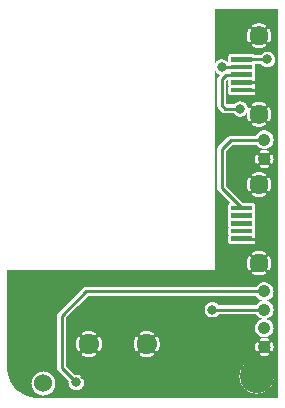
<source format=gbr>
G04 start of page 2 for group 0 idx 0 *
G04 Title: (unknown), top *
G04 Creator: pcb 4.2.0 *
G04 CreationDate: Thu Feb 27 09:32:16 2020 UTC *
G04 For: blinken *
G04 Format: Gerber/RS-274X *
G04 PCB-Dimensions (mm): 65.00 56.00 *
G04 PCB-Coordinate-Origin: lower left *
%MOMM*%
%FSLAX43Y43*%
%LNTOP*%
%ADD24C,1.500*%
%ADD23C,1.300*%
%ADD22C,0.965*%
%ADD21C,0.400*%
%ADD20C,0.654*%
%ADD19C,2.500*%
%ADD18C,1.524*%
%ADD17C,0.800*%
%ADD16C,1.054*%
%ADD15C,2.900*%
%ADD14C,1.700*%
%ADD13C,1.600*%
%ADD12C,0.254*%
%ADD11C,0.002*%
G54D11*G36*
X20899Y31219D02*X21818D01*
X21866Y31140D01*
X21946Y31046D01*
X22040Y30966D01*
X22144Y30902D01*
X22258Y30855D01*
X22377Y30826D01*
X22393Y30825D01*
X22377Y30824D01*
X22258Y30795D01*
X22144Y30748D01*
X22040Y30684D01*
X21946Y30604D01*
X21866Y30510D01*
X21818Y30431D01*
X20899D01*
Y31219D01*
G37*
G36*
X23128Y55500D02*X23700D01*
Y22550D01*
X23128D01*
Y23710D01*
X23146Y23740D01*
X23234Y23950D01*
X23287Y24172D01*
X23300Y24400D01*
X23287Y24628D01*
X23234Y24850D01*
X23146Y25060D01*
X23128Y25090D01*
Y26522D01*
X23132Y26523D01*
X23151Y26529D01*
X23169Y26538D01*
X23185Y26550D01*
X23200Y26564D01*
X23211Y26580D01*
X23220Y26598D01*
X23245Y26662D01*
X23263Y26729D01*
X23275Y26797D01*
X23281Y26866D01*
Y26934D01*
X23275Y27003D01*
X23263Y27071D01*
X23245Y27138D01*
X23221Y27202D01*
X23212Y27220D01*
X23200Y27236D01*
X23186Y27251D01*
X23169Y27262D01*
X23152Y27271D01*
X23132Y27277D01*
X23128Y27278D01*
Y28033D01*
X23134Y28040D01*
X23198Y28144D01*
X23245Y28258D01*
X23274Y28377D01*
X23281Y28500D01*
X23274Y28623D01*
X23245Y28742D01*
X23198Y28856D01*
X23134Y28960D01*
X23128Y28967D01*
Y29583D01*
X23134Y29590D01*
X23198Y29694D01*
X23245Y29808D01*
X23274Y29927D01*
X23281Y30050D01*
X23274Y30173D01*
X23245Y30292D01*
X23198Y30406D01*
X23134Y30510D01*
X23128Y30517D01*
Y31133D01*
X23134Y31140D01*
X23198Y31244D01*
X23245Y31358D01*
X23274Y31477D01*
X23281Y31600D01*
X23274Y31723D01*
X23245Y31842D01*
X23198Y31956D01*
X23134Y32060D01*
X23128Y32067D01*
Y42422D01*
X23132Y42423D01*
X23151Y42429D01*
X23169Y42438D01*
X23185Y42450D01*
X23200Y42464D01*
X23211Y42480D01*
X23220Y42498D01*
X23245Y42562D01*
X23263Y42629D01*
X23275Y42697D01*
X23281Y42766D01*
Y42834D01*
X23275Y42903D01*
X23263Y42971D01*
X23245Y43038D01*
X23221Y43102D01*
X23212Y43120D01*
X23200Y43136D01*
X23186Y43151D01*
X23169Y43162D01*
X23152Y43171D01*
X23132Y43177D01*
X23128Y43178D01*
Y43983D01*
X23134Y43990D01*
X23198Y44094D01*
X23245Y44208D01*
X23274Y44327D01*
X23281Y44450D01*
X23274Y44573D01*
X23245Y44692D01*
X23198Y44806D01*
X23134Y44910D01*
X23128Y44917D01*
Y50715D01*
X23136Y50719D01*
X23214Y50786D01*
X23281Y50864D01*
X23335Y50952D01*
X23374Y51047D01*
X23398Y51147D01*
X23404Y51250D01*
X23398Y51353D01*
X23374Y51453D01*
X23335Y51548D01*
X23281Y51636D01*
X23214Y51714D01*
X23136Y51781D01*
X23128Y51785D01*
Y55500D01*
G37*
G36*
Y44917D02*X23054Y45004D01*
X22960Y45084D01*
X22917Y45110D01*
Y46034D01*
X22929Y46040D01*
X22945Y46053D01*
X22958Y46067D01*
X22969Y46084D01*
X23014Y46171D01*
X23050Y46263D01*
X23077Y46357D01*
X23095Y46453D01*
X23104Y46551D01*
Y46649D01*
X23095Y46747D01*
X23077Y46843D01*
X23050Y46937D01*
X23014Y47029D01*
X22970Y47116D01*
X22959Y47133D01*
X22945Y47148D01*
X22930Y47160D01*
X22917Y47167D01*
Y50618D01*
X22953Y50626D01*
X23048Y50665D01*
X23128Y50715D01*
Y44917D01*
G37*
G36*
X22917Y45110D02*X22856Y45148D01*
X22742Y45195D01*
X22623Y45224D01*
X22500Y45233D01*
Y45647D01*
X22566Y45680D01*
X22583Y45691D01*
X22598Y45705D01*
X22610Y45720D01*
X22620Y45738D01*
X22627Y45757D01*
X22631Y45777D01*
X22632Y45797D01*
X22629Y45817D01*
X22624Y45836D01*
X22616Y45854D01*
X22604Y45871D01*
X22591Y45886D01*
X22575Y45898D01*
X22557Y45908D01*
X22538Y45915D01*
X22519Y45919D01*
X22500Y45920D01*
Y47281D01*
X22519Y47282D01*
X22538Y47286D01*
X22557Y47293D01*
X22574Y47302D01*
X22590Y47315D01*
X22604Y47329D01*
X22615Y47346D01*
X22623Y47364D01*
X22629Y47383D01*
X22631Y47403D01*
X22630Y47423D01*
X22626Y47443D01*
X22619Y47462D01*
X22610Y47479D01*
X22597Y47495D01*
X22583Y47508D01*
X22566Y47519D01*
X22500Y47553D01*
Y50646D01*
X22547Y50626D01*
X22647Y50602D01*
X22750Y50594D01*
X22853Y50602D01*
X22917Y50618D01*
Y47167D01*
X22912Y47170D01*
X22893Y47177D01*
X22873Y47181D01*
X22853Y47182D01*
X22833Y47179D01*
X22814Y47174D01*
X22796Y47166D01*
X22779Y47154D01*
X22764Y47141D01*
X22752Y47125D01*
X22742Y47107D01*
X22735Y47088D01*
X22731Y47069D01*
X22730Y47049D01*
X22733Y47029D01*
X22738Y47009D01*
X22747Y46991D01*
X22781Y46925D01*
X22808Y46856D01*
X22828Y46784D01*
X22842Y46711D01*
X22849Y46637D01*
Y46563D01*
X22842Y46489D01*
X22828Y46416D01*
X22808Y46344D01*
X22781Y46275D01*
X22748Y46208D01*
X22739Y46191D01*
X22733Y46171D01*
X22731Y46151D01*
X22732Y46131D01*
X22736Y46112D01*
X22743Y46093D01*
X22752Y46076D01*
X22765Y46060D01*
X22779Y46046D01*
X22796Y46035D01*
X22814Y46027D01*
X22833Y46021D01*
X22853Y46019D01*
X22873Y46020D01*
X22893Y46024D01*
X22912Y46031D01*
X22917Y46034D01*
Y45110D01*
G37*
G36*
X23128Y32067D02*X23054Y32154D01*
X22960Y32234D01*
X22917Y32260D01*
Y33434D01*
X22929Y33440D01*
X22945Y33453D01*
X22958Y33467D01*
X22969Y33484D01*
X23014Y33571D01*
X23050Y33663D01*
X23077Y33757D01*
X23095Y33853D01*
X23104Y33951D01*
Y34049D01*
X23095Y34147D01*
X23077Y34243D01*
X23050Y34337D01*
X23014Y34429D01*
X22970Y34516D01*
X22959Y34533D01*
X22945Y34548D01*
X22930Y34560D01*
X22917Y34567D01*
Y40084D01*
X22929Y40090D01*
X22945Y40103D01*
X22958Y40117D01*
X22969Y40134D01*
X23014Y40221D01*
X23050Y40313D01*
X23077Y40407D01*
X23095Y40503D01*
X23104Y40601D01*
Y40699D01*
X23095Y40797D01*
X23077Y40893D01*
X23050Y40987D01*
X23014Y41079D01*
X22970Y41166D01*
X22959Y41183D01*
X22945Y41198D01*
X22930Y41210D01*
X22917Y41217D01*
Y43790D01*
X22960Y43816D01*
X23054Y43896D01*
X23128Y43983D01*
Y43178D01*
X23113Y43180D01*
X23093Y43180D01*
X23073Y43177D01*
X23054Y43171D01*
X23036Y43162D01*
X23020Y43150D01*
X23006Y43136D01*
X22994Y43119D01*
X22985Y43101D01*
X22979Y43082D01*
X22976Y43062D01*
X22976Y43042D01*
X22979Y43022D01*
X22986Y43004D01*
X23002Y42960D01*
X23014Y42915D01*
X23022Y42870D01*
X23026Y42823D01*
Y42777D01*
X23022Y42730D01*
X23014Y42685D01*
X23002Y42640D01*
X22986Y42596D01*
X22979Y42577D01*
X22976Y42558D01*
X22976Y42538D01*
X22979Y42518D01*
X22985Y42499D01*
X22994Y42481D01*
X23006Y42465D01*
X23020Y42451D01*
X23036Y42439D01*
X23054Y42430D01*
X23073Y42423D01*
X23093Y42420D01*
X23113Y42420D01*
X23128Y42422D01*
Y32067D01*
G37*
G36*
X22917Y32260D02*X22856Y32298D01*
X22742Y32345D01*
X22623Y32374D01*
X22500Y32383D01*
Y33047D01*
X22566Y33080D01*
X22583Y33091D01*
X22598Y33105D01*
X22610Y33120D01*
X22620Y33138D01*
X22627Y33157D01*
X22631Y33177D01*
X22632Y33197D01*
X22629Y33217D01*
X22624Y33236D01*
X22616Y33254D01*
X22604Y33271D01*
X22591Y33286D01*
X22575Y33298D01*
X22557Y33308D01*
X22538Y33315D01*
X22519Y33319D01*
X22500Y33320D01*
Y34681D01*
X22519Y34682D01*
X22538Y34686D01*
X22557Y34693D01*
X22574Y34702D01*
X22590Y34715D01*
X22604Y34729D01*
X22615Y34746D01*
X22623Y34764D01*
X22629Y34783D01*
X22631Y34803D01*
X22630Y34823D01*
X22626Y34843D01*
X22619Y34862D01*
X22610Y34879D01*
X22597Y34895D01*
X22583Y34908D01*
X22566Y34919D01*
X22500Y34953D01*
Y39697D01*
X22566Y39730D01*
X22583Y39741D01*
X22598Y39755D01*
X22610Y39770D01*
X22620Y39788D01*
X22627Y39807D01*
X22631Y39827D01*
X22632Y39847D01*
X22629Y39867D01*
X22624Y39886D01*
X22616Y39904D01*
X22604Y39921D01*
X22591Y39936D01*
X22575Y39948D01*
X22557Y39958D01*
X22538Y39965D01*
X22519Y39969D01*
X22500Y39970D01*
Y41331D01*
X22519Y41332D01*
X22538Y41336D01*
X22557Y41343D01*
X22574Y41352D01*
X22590Y41365D01*
X22604Y41379D01*
X22615Y41396D01*
X22623Y41414D01*
X22629Y41433D01*
X22631Y41453D01*
X22630Y41473D01*
X22626Y41493D01*
X22619Y41512D01*
X22610Y41529D01*
X22597Y41545D01*
X22583Y41558D01*
X22566Y41569D01*
X22500Y41603D01*
Y42019D01*
X22534D01*
X22603Y42025D01*
X22671Y42037D01*
X22738Y42055D01*
X22802Y42079D01*
X22820Y42088D01*
X22836Y42100D01*
X22850Y42114D01*
X22862Y42131D01*
X22871Y42148D01*
X22877Y42168D01*
X22880Y42187D01*
X22880Y42207D01*
X22877Y42227D01*
X22871Y42246D01*
X22862Y42264D01*
X22850Y42280D01*
X22836Y42294D01*
X22819Y42306D01*
X22801Y42315D01*
X22782Y42321D01*
X22762Y42324D01*
X22742Y42324D01*
X22722Y42321D01*
X22704Y42314D01*
X22660Y42298D01*
X22615Y42286D01*
X22570Y42278D01*
X22523Y42274D01*
X22500D01*
Y43326D01*
X22523D01*
X22570Y43322D01*
X22615Y43314D01*
X22660Y43302D01*
X22704Y43286D01*
X22723Y43279D01*
X22742Y43276D01*
X22762Y43276D01*
X22782Y43279D01*
X22801Y43285D01*
X22819Y43294D01*
X22835Y43306D01*
X22849Y43320D01*
X22861Y43336D01*
X22870Y43354D01*
X22877Y43373D01*
X22880Y43393D01*
X22880Y43413D01*
X22877Y43432D01*
X22871Y43451D01*
X22862Y43469D01*
X22850Y43485D01*
X22836Y43500D01*
X22820Y43511D01*
X22802Y43520D01*
X22738Y43545D01*
X22671Y43563D01*
X22603Y43575D01*
X22534Y43581D01*
X22500D01*
Y43667D01*
X22623Y43676D01*
X22742Y43705D01*
X22856Y43752D01*
X22917Y43790D01*
Y41217D01*
X22912Y41220D01*
X22893Y41227D01*
X22873Y41231D01*
X22853Y41232D01*
X22833Y41229D01*
X22814Y41224D01*
X22796Y41216D01*
X22779Y41204D01*
X22764Y41191D01*
X22752Y41175D01*
X22742Y41157D01*
X22735Y41138D01*
X22731Y41119D01*
X22730Y41099D01*
X22733Y41079D01*
X22738Y41059D01*
X22747Y41041D01*
X22781Y40975D01*
X22808Y40906D01*
X22828Y40834D01*
X22842Y40761D01*
X22849Y40687D01*
Y40613D01*
X22842Y40539D01*
X22828Y40466D01*
X22808Y40394D01*
X22781Y40325D01*
X22748Y40258D01*
X22739Y40241D01*
X22733Y40221D01*
X22731Y40201D01*
X22732Y40181D01*
X22736Y40162D01*
X22743Y40143D01*
X22752Y40126D01*
X22765Y40110D01*
X22779Y40096D01*
X22796Y40085D01*
X22814Y40077D01*
X22833Y40071D01*
X22853Y40069D01*
X22873Y40070D01*
X22893Y40074D01*
X22912Y40081D01*
X22917Y40084D01*
Y34567D01*
X22912Y34570D01*
X22893Y34577D01*
X22873Y34581D01*
X22853Y34582D01*
X22833Y34579D01*
X22814Y34574D01*
X22796Y34566D01*
X22779Y34554D01*
X22764Y34541D01*
X22752Y34525D01*
X22742Y34507D01*
X22735Y34488D01*
X22731Y34469D01*
X22730Y34449D01*
X22733Y34429D01*
X22738Y34409D01*
X22747Y34391D01*
X22781Y34325D01*
X22808Y34256D01*
X22828Y34184D01*
X22842Y34111D01*
X22849Y34037D01*
Y33963D01*
X22842Y33889D01*
X22828Y33816D01*
X22808Y33744D01*
X22781Y33675D01*
X22748Y33608D01*
X22739Y33591D01*
X22733Y33571D01*
X22731Y33551D01*
X22732Y33531D01*
X22736Y33512D01*
X22743Y33493D01*
X22752Y33476D01*
X22765Y33460D01*
X22779Y33446D01*
X22796Y33435D01*
X22814Y33427D01*
X22833Y33421D01*
X22853Y33419D01*
X22873Y33420D01*
X22893Y33424D01*
X22912Y33431D01*
X22917Y33434D01*
Y32260D01*
G37*
G36*
X23128Y30517D02*X23054Y30604D01*
X22960Y30684D01*
X22856Y30748D01*
X22742Y30795D01*
X22623Y30824D01*
X22607Y30825D01*
X22623Y30826D01*
X22742Y30855D01*
X22856Y30902D01*
X22960Y30966D01*
X23054Y31046D01*
X23128Y31133D01*
Y30517D01*
G37*
G36*
Y28967D02*X23054Y29054D01*
X22960Y29134D01*
X22856Y29198D01*
X22742Y29245D01*
X22623Y29274D01*
X22607Y29275D01*
X22623Y29276D01*
X22742Y29305D01*
X22856Y29352D01*
X22960Y29416D01*
X23054Y29496D01*
X23128Y29583D01*
Y28967D01*
G37*
G36*
Y25090D02*X23027Y25255D01*
X22879Y25429D01*
X22705Y25577D01*
X22510Y25696D01*
X22500Y25700D01*
Y26119D01*
X22534D01*
X22603Y26125D01*
X22671Y26137D01*
X22738Y26155D01*
X22802Y26179D01*
X22820Y26188D01*
X22836Y26200D01*
X22850Y26214D01*
X22862Y26231D01*
X22871Y26248D01*
X22877Y26268D01*
X22880Y26287D01*
X22880Y26307D01*
X22877Y26327D01*
X22871Y26346D01*
X22862Y26364D01*
X22850Y26380D01*
X22836Y26394D01*
X22819Y26406D01*
X22801Y26415D01*
X22782Y26421D01*
X22762Y26424D01*
X22742Y26424D01*
X22722Y26421D01*
X22704Y26414D01*
X22660Y26398D01*
X22615Y26386D01*
X22570Y26378D01*
X22523Y26374D01*
X22500D01*
Y27426D01*
X22523D01*
X22570Y27422D01*
X22615Y27414D01*
X22660Y27402D01*
X22704Y27386D01*
X22723Y27379D01*
X22742Y27376D01*
X22762Y27376D01*
X22782Y27379D01*
X22801Y27385D01*
X22819Y27394D01*
X22835Y27406D01*
X22849Y27420D01*
X22861Y27436D01*
X22870Y27454D01*
X22877Y27473D01*
X22880Y27493D01*
X22880Y27513D01*
X22877Y27532D01*
X22871Y27551D01*
X22862Y27569D01*
X22850Y27585D01*
X22836Y27600D01*
X22820Y27611D01*
X22802Y27620D01*
X22738Y27645D01*
X22671Y27663D01*
X22603Y27675D01*
X22534Y27681D01*
X22500D01*
Y27717D01*
X22623Y27726D01*
X22742Y27755D01*
X22856Y27802D01*
X22960Y27866D01*
X23054Y27946D01*
X23128Y28033D01*
Y27278D01*
X23113Y27280D01*
X23093Y27280D01*
X23073Y27277D01*
X23054Y27271D01*
X23036Y27262D01*
X23020Y27250D01*
X23006Y27236D01*
X22994Y27219D01*
X22985Y27201D01*
X22979Y27182D01*
X22976Y27162D01*
X22976Y27142D01*
X22979Y27122D01*
X22986Y27104D01*
X23002Y27060D01*
X23014Y27015D01*
X23022Y26970D01*
X23026Y26923D01*
Y26877D01*
X23022Y26830D01*
X23014Y26785D01*
X23002Y26740D01*
X22986Y26696D01*
X22979Y26677D01*
X22976Y26658D01*
X22976Y26638D01*
X22979Y26618D01*
X22985Y26599D01*
X22994Y26581D01*
X23006Y26565D01*
X23020Y26551D01*
X23036Y26539D01*
X23054Y26530D01*
X23073Y26523D01*
X23093Y26520D01*
X23113Y26520D01*
X23128Y26522D01*
Y25090D01*
G37*
G36*
Y22550D02*X22500D01*
Y23100D01*
X22510Y23104D01*
X22705Y23223D01*
X22879Y23371D01*
X23027Y23545D01*
X23128Y23710D01*
Y22550D01*
G37*
G36*
X22917Y55500D02*X23128D01*
Y51785D01*
X23048Y51835D01*
X22953Y51874D01*
X22917Y51882D01*
Y52684D01*
X22929Y52690D01*
X22945Y52703D01*
X22958Y52717D01*
X22969Y52734D01*
X23014Y52821D01*
X23050Y52913D01*
X23077Y53007D01*
X23095Y53103D01*
X23104Y53201D01*
Y53299D01*
X23095Y53397D01*
X23077Y53493D01*
X23050Y53587D01*
X23014Y53679D01*
X22970Y53766D01*
X22959Y53783D01*
X22945Y53798D01*
X22930Y53810D01*
X22917Y53817D01*
Y55500D01*
G37*
G36*
X22500D02*X22917D01*
Y53817D01*
X22912Y53820D01*
X22893Y53827D01*
X22873Y53831D01*
X22853Y53832D01*
X22833Y53829D01*
X22814Y53824D01*
X22796Y53816D01*
X22779Y53804D01*
X22764Y53791D01*
X22752Y53775D01*
X22742Y53757D01*
X22735Y53738D01*
X22731Y53719D01*
X22730Y53699D01*
X22733Y53679D01*
X22738Y53659D01*
X22747Y53641D01*
X22781Y53575D01*
X22808Y53506D01*
X22828Y53434D01*
X22842Y53361D01*
X22849Y53287D01*
Y53213D01*
X22842Y53139D01*
X22828Y53066D01*
X22808Y52994D01*
X22781Y52925D01*
X22748Y52858D01*
X22739Y52841D01*
X22733Y52821D01*
X22731Y52801D01*
X22732Y52781D01*
X22736Y52762D01*
X22743Y52743D01*
X22752Y52726D01*
X22765Y52710D01*
X22779Y52696D01*
X22796Y52685D01*
X22814Y52677D01*
X22833Y52671D01*
X22853Y52669D01*
X22873Y52670D01*
X22893Y52674D01*
X22912Y52681D01*
X22917Y52684D01*
Y51882D01*
X22853Y51898D01*
X22750Y51906D01*
X22647Y51898D01*
X22547Y51874D01*
X22500Y51854D01*
Y52297D01*
X22566Y52330D01*
X22583Y52341D01*
X22598Y52355D01*
X22610Y52370D01*
X22620Y52388D01*
X22627Y52407D01*
X22631Y52427D01*
X22632Y52447D01*
X22629Y52467D01*
X22624Y52486D01*
X22616Y52504D01*
X22604Y52521D01*
X22591Y52536D01*
X22575Y52548D01*
X22557Y52558D01*
X22538Y52565D01*
X22519Y52569D01*
X22500Y52570D01*
Y53931D01*
X22519Y53932D01*
X22538Y53936D01*
X22557Y53943D01*
X22574Y53952D01*
X22590Y53965D01*
X22604Y53979D01*
X22615Y53996D01*
X22623Y54014D01*
X22629Y54033D01*
X22631Y54053D01*
X22630Y54073D01*
X22626Y54093D01*
X22619Y54112D01*
X22610Y54129D01*
X22597Y54145D01*
X22583Y54158D01*
X22566Y54169D01*
X22500Y54203D01*
Y55500D01*
G37*
G36*
Y45233D02*X22500Y45233D01*
X22377Y45224D01*
X22258Y45195D01*
X22144Y45148D01*
X22040Y45084D01*
X21946Y45004D01*
X21866Y44910D01*
X21802Y44806D01*
X21792Y44781D01*
X20899D01*
Y46574D01*
X20914Y46586D01*
X20981Y46664D01*
X21000Y46697D01*
X20996Y46649D01*
Y46551D01*
X21005Y46453D01*
X21023Y46357D01*
X21050Y46263D01*
X21086Y46171D01*
X21130Y46084D01*
X21141Y46067D01*
X21155Y46052D01*
X21170Y46040D01*
X21188Y46030D01*
X21207Y46023D01*
X21227Y46019D01*
X21247Y46018D01*
X21267Y46021D01*
X21286Y46026D01*
X21304Y46034D01*
X21321Y46046D01*
X21336Y46059D01*
X21348Y46075D01*
X21358Y46093D01*
X21365Y46112D01*
X21369Y46131D01*
X21370Y46151D01*
X21367Y46171D01*
X21362Y46191D01*
X21353Y46209D01*
X21319Y46275D01*
X21292Y46344D01*
X21272Y46416D01*
X21258Y46489D01*
X21251Y46563D01*
Y46637D01*
X21258Y46711D01*
X21272Y46784D01*
X21292Y46856D01*
X21319Y46925D01*
X21352Y46992D01*
X21361Y47009D01*
X21367Y47029D01*
X21369Y47049D01*
X21368Y47069D01*
X21364Y47088D01*
X21357Y47107D01*
X21348Y47124D01*
X21335Y47140D01*
X21321Y47154D01*
X21304Y47165D01*
X21286Y47173D01*
X21267Y47179D01*
X21247Y47181D01*
X21227Y47180D01*
X21207Y47176D01*
X21188Y47169D01*
X21171Y47160D01*
X21155Y47147D01*
X21142Y47133D01*
X21131Y47116D01*
X21103Y47062D01*
X21098Y47153D01*
X21074Y47253D01*
X21035Y47348D01*
X20981Y47436D01*
X20914Y47514D01*
X20899Y47526D01*
Y48198D01*
X21540Y48198D01*
X21579Y48208D01*
X21616Y48223D01*
X21650Y48244D01*
X21680Y48270D01*
X21706Y48300D01*
X21727Y48334D01*
X21742Y48371D01*
X21752Y48410D01*
X21754Y48450D01*
X21752Y48890D01*
X21742Y48929D01*
X21727Y48966D01*
X21721Y48975D01*
X21727Y48984D01*
X21742Y49021D01*
X21752Y49060D01*
X21754Y49100D01*
X21752Y49540D01*
X21742Y49579D01*
X21727Y49616D01*
X21721Y49625D01*
X21727Y49634D01*
X21742Y49671D01*
X21752Y49710D01*
X21754Y49750D01*
X21752Y50190D01*
X21742Y50229D01*
X21727Y50266D01*
X21721Y50275D01*
X21727Y50284D01*
X21742Y50321D01*
X21752Y50360D01*
X21754Y50400D01*
X21752Y50840D01*
X21745Y50869D01*
X22216D01*
X22219Y50864D01*
X22286Y50786D01*
X22364Y50719D01*
X22452Y50665D01*
X22500Y50646D01*
Y47553D01*
X22479Y47564D01*
X22387Y47600D01*
X22293Y47627D01*
X22197Y47645D01*
X22099Y47654D01*
X22001D01*
X21903Y47645D01*
X21807Y47627D01*
X21713Y47600D01*
X21621Y47564D01*
X21534Y47520D01*
X21517Y47509D01*
X21502Y47495D01*
X21490Y47480D01*
X21480Y47462D01*
X21473Y47443D01*
X21469Y47423D01*
X21468Y47403D01*
X21471Y47383D01*
X21476Y47364D01*
X21484Y47346D01*
X21496Y47329D01*
X21509Y47314D01*
X21525Y47302D01*
X21543Y47292D01*
X21562Y47285D01*
X21581Y47281D01*
X21601Y47280D01*
X21621Y47283D01*
X21641Y47288D01*
X21659Y47297D01*
X21725Y47331D01*
X21794Y47358D01*
X21866Y47378D01*
X21939Y47392D01*
X22013Y47399D01*
X22087D01*
X22161Y47392D01*
X22234Y47378D01*
X22306Y47358D01*
X22375Y47331D01*
X22442Y47298D01*
X22459Y47289D01*
X22479Y47283D01*
X22499Y47281D01*
X22500Y47281D01*
Y45920D01*
X22499Y45920D01*
X22479Y45917D01*
X22459Y45912D01*
X22441Y45903D01*
X22375Y45869D01*
X22306Y45842D01*
X22234Y45822D01*
X22161Y45808D01*
X22087Y45801D01*
X22013D01*
X21939Y45808D01*
X21866Y45822D01*
X21794Y45842D01*
X21725Y45869D01*
X21658Y45902D01*
X21641Y45911D01*
X21621Y45917D01*
X21601Y45919D01*
X21581Y45918D01*
X21562Y45914D01*
X21543Y45907D01*
X21526Y45898D01*
X21510Y45885D01*
X21496Y45871D01*
X21485Y45854D01*
X21477Y45836D01*
X21471Y45817D01*
X21469Y45797D01*
X21470Y45777D01*
X21474Y45757D01*
X21481Y45738D01*
X21490Y45721D01*
X21503Y45705D01*
X21517Y45692D01*
X21534Y45681D01*
X21621Y45636D01*
X21713Y45600D01*
X21807Y45573D01*
X21903Y45555D01*
X22001Y45546D01*
X22099D01*
X22197Y45555D01*
X22293Y45573D01*
X22387Y45600D01*
X22479Y45636D01*
X22500Y45647D01*
Y45233D01*
G37*
G36*
X21872Y34780D02*X21939Y34792D01*
X22013Y34799D01*
X22087D01*
X22161Y34792D01*
X22234Y34778D01*
X22306Y34758D01*
X22375Y34731D01*
X22442Y34698D01*
X22459Y34689D01*
X22479Y34683D01*
X22499Y34681D01*
X22500Y34681D01*
Y33320D01*
X22499Y33320D01*
X22479Y33317D01*
X22459Y33312D01*
X22441Y33303D01*
X22375Y33269D01*
X22306Y33242D01*
X22234Y33222D01*
X22161Y33208D01*
X22087Y33201D01*
X22013D01*
X21939Y33208D01*
X21872Y33220D01*
Y34780D01*
G37*
G36*
Y39611D02*X21903Y39605D01*
X22001Y39596D01*
X22099D01*
X22197Y39605D01*
X22293Y39623D01*
X22387Y39650D01*
X22479Y39686D01*
X22500Y39697D01*
Y34953D01*
X22479Y34964D01*
X22387Y35000D01*
X22293Y35027D01*
X22197Y35045D01*
X22099Y35054D01*
X22001D01*
X21903Y35045D01*
X21872Y35039D01*
Y39611D01*
G37*
G36*
Y41430D02*X21939Y41442D01*
X22013Y41449D01*
X22087D01*
X22161Y41442D01*
X22234Y41428D01*
X22306Y41408D01*
X22375Y41381D01*
X22442Y41348D01*
X22459Y41339D01*
X22479Y41333D01*
X22499Y41331D01*
X22500Y41331D01*
Y39970D01*
X22499Y39970D01*
X22479Y39967D01*
X22459Y39962D01*
X22441Y39953D01*
X22375Y39919D01*
X22306Y39892D01*
X22234Y39872D01*
X22161Y39858D01*
X22087Y39851D01*
X22013D01*
X21939Y39858D01*
X21872Y39870D01*
Y41430D01*
G37*
G36*
Y43983D02*X21946Y43896D01*
X22040Y43816D01*
X22144Y43752D01*
X22258Y43705D01*
X22377Y43676D01*
X22500Y43667D01*
X22500Y43667D01*
Y43581D01*
X22466D01*
X22397Y43575D01*
X22329Y43563D01*
X22262Y43545D01*
X22198Y43521D01*
X22180Y43512D01*
X22164Y43500D01*
X22149Y43486D01*
X22138Y43469D01*
X22129Y43452D01*
X22123Y43432D01*
X22120Y43413D01*
X22120Y43393D01*
X22123Y43373D01*
X22129Y43354D01*
X22138Y43336D01*
X22150Y43320D01*
X22164Y43306D01*
X22181Y43294D01*
X22199Y43285D01*
X22218Y43279D01*
X22238Y43276D01*
X22258Y43276D01*
X22278Y43279D01*
X22296Y43286D01*
X22340Y43302D01*
X22385Y43314D01*
X22430Y43322D01*
X22477Y43326D01*
X22500D01*
Y42274D01*
X22477D01*
X22430Y42278D01*
X22385Y42286D01*
X22340Y42298D01*
X22296Y42314D01*
X22277Y42321D01*
X22258Y42324D01*
X22238Y42324D01*
X22218Y42321D01*
X22199Y42315D01*
X22181Y42306D01*
X22165Y42294D01*
X22151Y42280D01*
X22139Y42264D01*
X22130Y42246D01*
X22123Y42227D01*
X22120Y42207D01*
X22120Y42187D01*
X22123Y42168D01*
X22129Y42149D01*
X22138Y42131D01*
X22150Y42115D01*
X22164Y42100D01*
X22180Y42089D01*
X22198Y42080D01*
X22262Y42055D01*
X22329Y42037D01*
X22397Y42025D01*
X22466Y42019D01*
X22500D01*
Y41603D01*
X22479Y41614D01*
X22387Y41650D01*
X22293Y41677D01*
X22197Y41695D01*
X22099Y41704D01*
X22001D01*
X21903Y41695D01*
X21872Y41689D01*
Y42422D01*
X21887Y42420D01*
X21907Y42420D01*
X21927Y42423D01*
X21946Y42429D01*
X21964Y42438D01*
X21980Y42450D01*
X21994Y42464D01*
X22006Y42481D01*
X22015Y42499D01*
X22021Y42518D01*
X22024Y42538D01*
X22024Y42558D01*
X22021Y42578D01*
X22014Y42596D01*
X21998Y42640D01*
X21986Y42685D01*
X21978Y42730D01*
X21974Y42777D01*
Y42823D01*
X21978Y42870D01*
X21986Y42915D01*
X21998Y42960D01*
X22014Y43004D01*
X22021Y43023D01*
X22024Y43042D01*
X22024Y43062D01*
X22021Y43082D01*
X22015Y43101D01*
X22006Y43119D01*
X21994Y43135D01*
X21980Y43149D01*
X21964Y43161D01*
X21946Y43170D01*
X21927Y43177D01*
X21907Y43180D01*
X21887Y43180D01*
X21872Y43178D01*
Y43983D01*
G37*
G36*
X22500Y32383D02*X22500Y32383D01*
X22377Y32374D01*
X22258Y32345D01*
X22144Y32298D01*
X22040Y32234D01*
X21946Y32154D01*
X21872Y32067D01*
Y32961D01*
X21903Y32955D01*
X22001Y32946D01*
X22099D01*
X22197Y32955D01*
X22293Y32973D01*
X22387Y33000D01*
X22479Y33036D01*
X22500Y33047D01*
Y32383D01*
G37*
G36*
X21872Y32067D02*X21866Y32060D01*
X21818Y31981D01*
X21183D01*
Y33433D01*
X21188Y33430D01*
X21207Y33423D01*
X21227Y33419D01*
X21247Y33418D01*
X21267Y33421D01*
X21286Y33426D01*
X21304Y33434D01*
X21321Y33446D01*
X21336Y33459D01*
X21348Y33475D01*
X21358Y33493D01*
X21365Y33512D01*
X21369Y33531D01*
X21370Y33551D01*
X21367Y33571D01*
X21362Y33591D01*
X21353Y33609D01*
X21319Y33675D01*
X21292Y33744D01*
X21272Y33816D01*
X21258Y33889D01*
X21251Y33963D01*
Y34037D01*
X21258Y34111D01*
X21272Y34184D01*
X21292Y34256D01*
X21319Y34325D01*
X21352Y34392D01*
X21361Y34409D01*
X21367Y34429D01*
X21369Y34449D01*
X21368Y34469D01*
X21364Y34488D01*
X21357Y34507D01*
X21348Y34524D01*
X21335Y34540D01*
X21321Y34554D01*
X21304Y34565D01*
X21286Y34573D01*
X21267Y34579D01*
X21247Y34581D01*
X21227Y34580D01*
X21207Y34576D01*
X21188Y34569D01*
X21183Y34566D01*
Y35598D01*
X21540Y35598D01*
X21579Y35608D01*
X21616Y35623D01*
X21650Y35644D01*
X21680Y35670D01*
X21706Y35700D01*
X21727Y35734D01*
X21742Y35771D01*
X21752Y35810D01*
X21754Y35850D01*
X21752Y36290D01*
X21742Y36329D01*
X21727Y36366D01*
X21721Y36375D01*
X21727Y36384D01*
X21742Y36421D01*
X21752Y36460D01*
X21754Y36500D01*
X21752Y36940D01*
X21742Y36979D01*
X21727Y37016D01*
X21721Y37025D01*
X21727Y37034D01*
X21742Y37071D01*
X21752Y37110D01*
X21754Y37150D01*
X21752Y37590D01*
X21742Y37629D01*
X21727Y37666D01*
X21721Y37675D01*
X21727Y37684D01*
X21742Y37721D01*
X21752Y37760D01*
X21754Y37800D01*
X21752Y38240D01*
X21742Y38279D01*
X21727Y38316D01*
X21721Y38325D01*
X21727Y38334D01*
X21742Y38371D01*
X21752Y38410D01*
X21754Y38450D01*
X21752Y38890D01*
X21742Y38929D01*
X21727Y38966D01*
X21706Y39000D01*
X21680Y39030D01*
X21650Y39056D01*
X21616Y39077D01*
X21579Y39092D01*
X21540Y39102D01*
X21500Y39104D01*
X21183Y39104D01*
Y40083D01*
X21188Y40080D01*
X21207Y40073D01*
X21227Y40069D01*
X21247Y40068D01*
X21267Y40071D01*
X21286Y40076D01*
X21304Y40084D01*
X21321Y40096D01*
X21336Y40109D01*
X21348Y40125D01*
X21358Y40143D01*
X21365Y40162D01*
X21369Y40181D01*
X21370Y40201D01*
X21367Y40221D01*
X21362Y40241D01*
X21353Y40259D01*
X21319Y40325D01*
X21292Y40394D01*
X21272Y40466D01*
X21258Y40539D01*
X21251Y40613D01*
Y40687D01*
X21258Y40761D01*
X21272Y40834D01*
X21292Y40906D01*
X21319Y40975D01*
X21352Y41042D01*
X21361Y41059D01*
X21367Y41079D01*
X21369Y41099D01*
X21368Y41119D01*
X21364Y41138D01*
X21357Y41157D01*
X21348Y41174D01*
X21335Y41190D01*
X21321Y41204D01*
X21304Y41215D01*
X21286Y41223D01*
X21267Y41229D01*
X21247Y41231D01*
X21227Y41230D01*
X21207Y41226D01*
X21188Y41219D01*
X21183Y41216D01*
Y44019D01*
X21848D01*
X21866Y43990D01*
X21872Y43983D01*
Y43178D01*
X21868Y43177D01*
X21849Y43171D01*
X21831Y43162D01*
X21815Y43150D01*
X21800Y43136D01*
X21789Y43120D01*
X21780Y43102D01*
X21755Y43038D01*
X21737Y42971D01*
X21725Y42903D01*
X21719Y42834D01*
Y42766D01*
X21725Y42697D01*
X21737Y42629D01*
X21755Y42562D01*
X21779Y42498D01*
X21788Y42480D01*
X21800Y42464D01*
X21814Y42450D01*
X21831Y42438D01*
X21848Y42429D01*
X21868Y42423D01*
X21872Y42422D01*
Y41689D01*
X21807Y41677D01*
X21713Y41650D01*
X21621Y41614D01*
X21534Y41570D01*
X21517Y41559D01*
X21502Y41545D01*
X21490Y41530D01*
X21480Y41512D01*
X21473Y41493D01*
X21469Y41473D01*
X21468Y41453D01*
X21471Y41433D01*
X21476Y41414D01*
X21484Y41396D01*
X21496Y41379D01*
X21509Y41364D01*
X21525Y41352D01*
X21543Y41342D01*
X21562Y41335D01*
X21581Y41331D01*
X21601Y41330D01*
X21621Y41333D01*
X21641Y41338D01*
X21659Y41347D01*
X21725Y41381D01*
X21794Y41408D01*
X21866Y41428D01*
X21872Y41430D01*
Y39870D01*
X21866Y39872D01*
X21794Y39892D01*
X21725Y39919D01*
X21658Y39952D01*
X21641Y39961D01*
X21621Y39967D01*
X21601Y39969D01*
X21581Y39968D01*
X21562Y39964D01*
X21543Y39957D01*
X21526Y39948D01*
X21510Y39935D01*
X21496Y39921D01*
X21485Y39904D01*
X21477Y39886D01*
X21471Y39867D01*
X21469Y39847D01*
X21470Y39827D01*
X21474Y39807D01*
X21481Y39788D01*
X21490Y39771D01*
X21503Y39755D01*
X21517Y39742D01*
X21534Y39731D01*
X21621Y39686D01*
X21713Y39650D01*
X21807Y39623D01*
X21872Y39611D01*
Y35039D01*
X21807Y35027D01*
X21713Y35000D01*
X21621Y34964D01*
X21534Y34920D01*
X21517Y34909D01*
X21502Y34895D01*
X21490Y34880D01*
X21480Y34862D01*
X21473Y34843D01*
X21469Y34823D01*
X21468Y34803D01*
X21471Y34783D01*
X21476Y34764D01*
X21484Y34746D01*
X21496Y34729D01*
X21509Y34714D01*
X21525Y34702D01*
X21543Y34692D01*
X21562Y34685D01*
X21581Y34681D01*
X21601Y34680D01*
X21621Y34683D01*
X21641Y34688D01*
X21659Y34697D01*
X21725Y34731D01*
X21794Y34758D01*
X21866Y34778D01*
X21872Y34780D01*
Y33220D01*
X21866Y33222D01*
X21794Y33242D01*
X21725Y33269D01*
X21658Y33302D01*
X21641Y33311D01*
X21621Y33317D01*
X21601Y33319D01*
X21581Y33318D01*
X21562Y33314D01*
X21543Y33307D01*
X21526Y33298D01*
X21510Y33285D01*
X21496Y33271D01*
X21485Y33254D01*
X21477Y33236D01*
X21471Y33217D01*
X21469Y33197D01*
X21470Y33177D01*
X21474Y33157D01*
X21481Y33138D01*
X21490Y33121D01*
X21503Y33105D01*
X21517Y33092D01*
X21534Y33081D01*
X21621Y33036D01*
X21713Y33000D01*
X21807Y32973D01*
X21872Y32961D01*
Y32067D01*
G37*
G36*
X21183Y39104D02*X20899Y39103D01*
Y44019D01*
X21183D01*
Y41216D01*
X21171Y41210D01*
X21155Y41197D01*
X21142Y41183D01*
X21131Y41166D01*
X21086Y41079D01*
X21050Y40987D01*
X21023Y40893D01*
X21005Y40797D01*
X20996Y40699D01*
Y40601D01*
X21005Y40503D01*
X21023Y40407D01*
X21050Y40313D01*
X21086Y40221D01*
X21130Y40134D01*
X21141Y40117D01*
X21155Y40102D01*
X21170Y40090D01*
X21183Y40083D01*
Y39104D01*
G37*
G36*
Y31981D02*X20899D01*
Y35598D01*
X21183Y35598D01*
Y34566D01*
X21171Y34560D01*
X21155Y34547D01*
X21142Y34533D01*
X21131Y34516D01*
X21086Y34429D01*
X21050Y34337D01*
X21023Y34243D01*
X21005Y34147D01*
X20996Y34049D01*
Y33951D01*
X21005Y33853D01*
X21023Y33757D01*
X21050Y33663D01*
X21086Y33571D01*
X21130Y33484D01*
X21141Y33467D01*
X21155Y33452D01*
X21170Y33440D01*
X21183Y33433D01*
Y31981D01*
G37*
G36*
X21872Y29583D02*X21946Y29496D01*
X22040Y29416D01*
X22144Y29352D01*
X22258Y29305D01*
X22377Y29276D01*
X22393Y29275D01*
X22377Y29274D01*
X22258Y29245D01*
X22144Y29198D01*
X22040Y29134D01*
X21946Y29054D01*
X21872Y28967D01*
Y29583D01*
G37*
G36*
X22500Y25700D02*X22300Y25784D01*
X22078Y25837D01*
X21872Y25853D01*
Y26522D01*
X21887Y26520D01*
X21907Y26520D01*
X21927Y26523D01*
X21946Y26529D01*
X21964Y26538D01*
X21980Y26550D01*
X21994Y26564D01*
X22006Y26581D01*
X22015Y26599D01*
X22021Y26618D01*
X22024Y26638D01*
X22024Y26658D01*
X22021Y26678D01*
X22014Y26696D01*
X21998Y26740D01*
X21986Y26785D01*
X21978Y26830D01*
X21974Y26877D01*
Y26923D01*
X21978Y26970D01*
X21986Y27015D01*
X21998Y27060D01*
X22014Y27104D01*
X22021Y27123D01*
X22024Y27142D01*
X22024Y27162D01*
X22021Y27182D01*
X22015Y27201D01*
X22006Y27219D01*
X21994Y27235D01*
X21980Y27249D01*
X21964Y27261D01*
X21946Y27270D01*
X21927Y27277D01*
X21907Y27280D01*
X21887Y27280D01*
X21872Y27278D01*
Y28033D01*
X21946Y27946D01*
X22040Y27866D01*
X22144Y27802D01*
X22258Y27755D01*
X22377Y27726D01*
X22500Y27717D01*
X22500Y27717D01*
Y27681D01*
X22466D01*
X22397Y27675D01*
X22329Y27663D01*
X22262Y27645D01*
X22198Y27621D01*
X22180Y27612D01*
X22164Y27600D01*
X22149Y27586D01*
X22138Y27569D01*
X22129Y27552D01*
X22123Y27532D01*
X22120Y27513D01*
X22120Y27493D01*
X22123Y27473D01*
X22129Y27454D01*
X22138Y27436D01*
X22150Y27420D01*
X22164Y27406D01*
X22181Y27394D01*
X22199Y27385D01*
X22218Y27379D01*
X22238Y27376D01*
X22258Y27376D01*
X22278Y27379D01*
X22296Y27386D01*
X22340Y27402D01*
X22385Y27414D01*
X22430Y27422D01*
X22477Y27426D01*
X22500D01*
Y26374D01*
X22477D01*
X22430Y26378D01*
X22385Y26386D01*
X22340Y26398D01*
X22296Y26414D01*
X22277Y26421D01*
X22258Y26424D01*
X22238Y26424D01*
X22218Y26421D01*
X22199Y26415D01*
X22181Y26406D01*
X22165Y26394D01*
X22151Y26380D01*
X22139Y26364D01*
X22130Y26346D01*
X22123Y26327D01*
X22120Y26307D01*
X22120Y26287D01*
X22123Y26268D01*
X22129Y26249D01*
X22138Y26231D01*
X22150Y26215D01*
X22164Y26200D01*
X22180Y26189D01*
X22198Y26180D01*
X22262Y26155D01*
X22329Y26137D01*
X22397Y26125D01*
X22466Y26119D01*
X22500D01*
Y25700D01*
G37*
G36*
X21872Y25853D02*X21850Y25855D01*
X21622Y25837D01*
X21400Y25784D01*
X21190Y25696D01*
X20995Y25577D01*
X20899Y25495D01*
Y29669D01*
X21818D01*
X21866Y29590D01*
X21872Y29583D01*
Y28967D01*
X21866Y28960D01*
X21802Y28856D01*
X21755Y28742D01*
X21726Y28623D01*
X21717Y28500D01*
X21726Y28377D01*
X21755Y28258D01*
X21802Y28144D01*
X21866Y28040D01*
X21872Y28033D01*
Y27278D01*
X21868Y27277D01*
X21849Y27271D01*
X21831Y27262D01*
X21815Y27250D01*
X21800Y27236D01*
X21789Y27220D01*
X21780Y27202D01*
X21755Y27138D01*
X21737Y27071D01*
X21725Y27003D01*
X21719Y26934D01*
Y26866D01*
X21725Y26797D01*
X21737Y26729D01*
X21755Y26662D01*
X21779Y26598D01*
X21788Y26580D01*
X21800Y26564D01*
X21814Y26550D01*
X21831Y26538D01*
X21848Y26529D01*
X21868Y26523D01*
X21872Y26522D01*
Y25853D01*
G37*
G36*
X22500Y22550D02*X20899D01*
Y23305D01*
X20995Y23223D01*
X21190Y23104D01*
X21400Y23016D01*
X21622Y22963D01*
X21850Y22945D01*
X22078Y22963D01*
X22300Y23016D01*
X22500Y23100D01*
Y22550D01*
G37*
G36*
X21183Y55500D02*X22500D01*
Y54203D01*
X22479Y54214D01*
X22387Y54250D01*
X22293Y54277D01*
X22197Y54295D01*
X22099Y54304D01*
X22001D01*
X21903Y54295D01*
X21807Y54277D01*
X21713Y54250D01*
X21621Y54214D01*
X21534Y54170D01*
X21517Y54159D01*
X21502Y54145D01*
X21490Y54130D01*
X21480Y54112D01*
X21473Y54093D01*
X21469Y54073D01*
X21468Y54053D01*
X21471Y54033D01*
X21476Y54014D01*
X21484Y53996D01*
X21496Y53979D01*
X21509Y53964D01*
X21525Y53952D01*
X21543Y53942D01*
X21562Y53935D01*
X21581Y53931D01*
X21601Y53930D01*
X21621Y53933D01*
X21641Y53938D01*
X21659Y53947D01*
X21725Y53981D01*
X21794Y54008D01*
X21866Y54028D01*
X21939Y54042D01*
X22013Y54049D01*
X22087D01*
X22161Y54042D01*
X22234Y54028D01*
X22306Y54008D01*
X22375Y53981D01*
X22442Y53948D01*
X22459Y53939D01*
X22479Y53933D01*
X22499Y53931D01*
X22500Y53931D01*
Y52570D01*
X22499Y52570D01*
X22479Y52567D01*
X22459Y52562D01*
X22441Y52553D01*
X22375Y52519D01*
X22306Y52492D01*
X22234Y52472D01*
X22161Y52458D01*
X22087Y52451D01*
X22013D01*
X21939Y52458D01*
X21866Y52472D01*
X21794Y52492D01*
X21725Y52519D01*
X21658Y52552D01*
X21641Y52561D01*
X21621Y52567D01*
X21601Y52569D01*
X21581Y52568D01*
X21562Y52564D01*
X21543Y52557D01*
X21526Y52548D01*
X21510Y52535D01*
X21496Y52521D01*
X21485Y52504D01*
X21477Y52486D01*
X21471Y52467D01*
X21469Y52447D01*
X21470Y52427D01*
X21474Y52407D01*
X21481Y52388D01*
X21490Y52371D01*
X21503Y52355D01*
X21517Y52342D01*
X21534Y52331D01*
X21621Y52286D01*
X21713Y52250D01*
X21807Y52223D01*
X21903Y52205D01*
X22001Y52196D01*
X22099D01*
X22197Y52205D01*
X22293Y52223D01*
X22387Y52250D01*
X22479Y52286D01*
X22500Y52297D01*
Y51854D01*
X22452Y51835D01*
X22364Y51781D01*
X22286Y51714D01*
X22219Y51636D01*
X22216Y51631D01*
X21679D01*
X21650Y51656D01*
X21616Y51677D01*
X21579Y51692D01*
X21540Y51702D01*
X21500Y51704D01*
X21183Y51704D01*
Y52683D01*
X21188Y52680D01*
X21207Y52673D01*
X21227Y52669D01*
X21247Y52668D01*
X21267Y52671D01*
X21286Y52676D01*
X21304Y52684D01*
X21321Y52696D01*
X21336Y52709D01*
X21348Y52725D01*
X21358Y52743D01*
X21365Y52762D01*
X21369Y52781D01*
X21370Y52801D01*
X21367Y52821D01*
X21362Y52841D01*
X21353Y52859D01*
X21319Y52925D01*
X21292Y52994D01*
X21272Y53066D01*
X21258Y53139D01*
X21251Y53213D01*
Y53287D01*
X21258Y53361D01*
X21272Y53434D01*
X21292Y53506D01*
X21319Y53575D01*
X21352Y53642D01*
X21361Y53659D01*
X21367Y53679D01*
X21369Y53699D01*
X21368Y53719D01*
X21364Y53738D01*
X21357Y53757D01*
X21348Y53774D01*
X21335Y53790D01*
X21321Y53804D01*
X21304Y53815D01*
X21286Y53823D01*
X21267Y53829D01*
X21247Y53831D01*
X21227Y53830D01*
X21207Y53826D01*
X21188Y53819D01*
X21183Y53816D01*
Y55500D01*
G37*
G36*
X20899D02*X21183D01*
Y53816D01*
X21171Y53810D01*
X21155Y53797D01*
X21142Y53783D01*
X21131Y53766D01*
X21086Y53679D01*
X21050Y53587D01*
X21023Y53493D01*
X21005Y53397D01*
X20996Y53299D01*
Y53201D01*
X21005Y53103D01*
X21023Y53007D01*
X21050Y52913D01*
X21086Y52821D01*
X21130Y52734D01*
X21141Y52717D01*
X21155Y52702D01*
X21170Y52690D01*
X21183Y52683D01*
Y51704D01*
X20899Y51703D01*
Y55500D01*
G37*
G36*
Y39103D02*X20686Y39103D01*
X19281Y40508D01*
Y43492D01*
X19808Y44019D01*
X20899D01*
Y39103D01*
G37*
G36*
Y47526D02*X20836Y47581D01*
X20748Y47635D01*
X20653Y47674D01*
X20553Y47698D01*
X20450Y47706D01*
X20347Y47698D01*
X20247Y47674D01*
X20152Y47635D01*
X20064Y47581D01*
X19986Y47514D01*
X19919Y47436D01*
X19916Y47431D01*
X19358D01*
X19281Y47508D01*
Y49392D01*
X19455Y49566D01*
X19448Y49540D01*
X19446Y49500D01*
X19448Y49060D01*
X19458Y49021D01*
X19473Y48984D01*
X19479Y48975D01*
X19473Y48966D01*
X19458Y48929D01*
X19448Y48890D01*
X19446Y48850D01*
X19448Y48410D01*
X19458Y48371D01*
X19473Y48334D01*
X19494Y48300D01*
X19520Y48270D01*
X19550Y48244D01*
X19584Y48223D01*
X19621Y48208D01*
X19660Y48198D01*
X19700Y48196D01*
X20899Y48198D01*
Y47526D01*
G37*
G36*
Y31981D02*X14124D01*
Y33450D01*
X18300D01*
Y50340D01*
X18315Y50302D01*
X18369Y50214D01*
X18436Y50136D01*
X18514Y50069D01*
X18602Y50015D01*
X18697Y49976D01*
X18770Y49959D01*
X18641Y49830D01*
X18630Y49820D01*
X18591Y49775D01*
X18559Y49724D01*
X18537Y49668D01*
X18523Y49610D01*
X18523Y49610D01*
X18518Y49550D01*
X18519Y49535D01*
Y47365D01*
X18518Y47350D01*
X18523Y47290D01*
X18537Y47232D01*
X18559Y47176D01*
X18591Y47125D01*
X18630Y47080D01*
X18641Y47070D01*
X18920Y46791D01*
X18930Y46780D01*
X18975Y46741D01*
X19026Y46709D01*
X19082Y46687D01*
X19140Y46673D01*
X19200Y46668D01*
X19215Y46669D01*
X19916D01*
X19919Y46664D01*
X19986Y46586D01*
X20064Y46519D01*
X20152Y46465D01*
X20247Y46426D01*
X20347Y46402D01*
X20450Y46394D01*
X20553Y46402D01*
X20653Y46426D01*
X20748Y46465D01*
X20836Y46519D01*
X20899Y46574D01*
Y44781D01*
X19665D01*
X19650Y44782D01*
X19590Y44777D01*
X19532Y44763D01*
X19476Y44741D01*
X19425Y44709D01*
X19425Y44709D01*
X19380Y44670D01*
X19370Y44659D01*
X18641Y43930D01*
X18630Y43920D01*
X18591Y43875D01*
X18559Y43824D01*
X18537Y43768D01*
X18523Y43710D01*
X18523Y43710D01*
X18518Y43650D01*
X18519Y43635D01*
Y40365D01*
X18518Y40350D01*
X18523Y40290D01*
X18537Y40232D01*
X18559Y40176D01*
X18591Y40125D01*
X18630Y40080D01*
X18641Y40070D01*
X19620Y39092D01*
X19584Y39077D01*
X19550Y39056D01*
X19520Y39030D01*
X19494Y39000D01*
X19473Y38966D01*
X19458Y38929D01*
X19448Y38890D01*
X19446Y38850D01*
X19448Y38410D01*
X19458Y38371D01*
X19473Y38334D01*
X19479Y38325D01*
X19473Y38316D01*
X19458Y38279D01*
X19448Y38240D01*
X19446Y38200D01*
X19448Y37760D01*
X19458Y37721D01*
X19473Y37684D01*
X19479Y37675D01*
X19473Y37666D01*
X19458Y37629D01*
X19448Y37590D01*
X19446Y37550D01*
X19448Y37110D01*
X19458Y37071D01*
X19473Y37034D01*
X19479Y37025D01*
X19473Y37016D01*
X19458Y36979D01*
X19448Y36940D01*
X19446Y36900D01*
X19448Y36460D01*
X19458Y36421D01*
X19473Y36384D01*
X19479Y36375D01*
X19473Y36366D01*
X19458Y36329D01*
X19448Y36290D01*
X19446Y36250D01*
X19448Y35810D01*
X19458Y35771D01*
X19473Y35734D01*
X19494Y35700D01*
X19520Y35670D01*
X19550Y35644D01*
X19584Y35623D01*
X19621Y35608D01*
X19660Y35598D01*
X19700Y35596D01*
X20899Y35598D01*
Y31981D01*
G37*
G36*
Y22550D02*X14124D01*
Y31219D01*
X20899D01*
Y30431D01*
X18634D01*
X18631Y30436D01*
X18564Y30514D01*
X18486Y30581D01*
X18398Y30635D01*
X18303Y30674D01*
X18203Y30698D01*
X18100Y30706D01*
X17997Y30698D01*
X17897Y30674D01*
X17802Y30635D01*
X17714Y30581D01*
X17636Y30514D01*
X17569Y30436D01*
X17515Y30348D01*
X17476Y30253D01*
X17452Y30153D01*
X17444Y30050D01*
X17452Y29947D01*
X17476Y29847D01*
X17515Y29752D01*
X17569Y29664D01*
X17636Y29586D01*
X17714Y29519D01*
X17802Y29465D01*
X17897Y29426D01*
X17997Y29402D01*
X18100Y29394D01*
X18203Y29402D01*
X18303Y29426D01*
X18398Y29465D01*
X18486Y29519D01*
X18564Y29586D01*
X18631Y29664D01*
X18634Y29669D01*
X20899D01*
Y25495D01*
X20821Y25429D01*
X20673Y25255D01*
X20554Y25060D01*
X20466Y24850D01*
X20413Y24628D01*
X20395Y24400D01*
X20413Y24172D01*
X20466Y23950D01*
X20554Y23740D01*
X20673Y23545D01*
X20821Y23371D01*
X20899Y23305D01*
Y22550D01*
G37*
G36*
X19446Y51450D02*X19448Y51010D01*
X19455Y50981D01*
X19434D01*
X19431Y50986D01*
X19364Y51064D01*
X19286Y51131D01*
X19198Y51185D01*
X19103Y51224D01*
X19003Y51248D01*
X18900Y51256D01*
X18797Y51248D01*
X18697Y51224D01*
X18602Y51185D01*
X18514Y51131D01*
X18436Y51064D01*
X18369Y50986D01*
X18315Y50898D01*
X18300Y50860D01*
Y55500D01*
X20899D01*
Y51703D01*
X19660Y51702D01*
X19621Y51692D01*
X19584Y51677D01*
X19550Y51656D01*
X19520Y51630D01*
X19494Y51600D01*
X19473Y51566D01*
X19458Y51529D01*
X19448Y51490D01*
X19446Y51450D01*
G37*
G36*
X12550Y33450D02*X14124D01*
Y31981D01*
X12550D01*
Y33450D01*
G37*
G36*
X14124Y22550D02*X13461D01*
Y26551D01*
X13464Y26553D01*
X13480Y26565D01*
X13494Y26580D01*
X13505Y26596D01*
X13551Y26681D01*
X13588Y26771D01*
X13617Y26863D01*
X13638Y26957D01*
X13651Y27053D01*
X13655Y27150D01*
X13651Y27247D01*
X13638Y27343D01*
X13617Y27437D01*
X13588Y27529D01*
X13551Y27619D01*
X13506Y27704D01*
X13495Y27721D01*
X13481Y27735D01*
X13465Y27748D01*
X13461Y27750D01*
Y31219D01*
X14124D01*
Y22550D01*
G37*
G36*
X13461D02*X12550D01*
Y26045D01*
X12647Y26049D01*
X12743Y26062D01*
X12837Y26083D01*
X12929Y26112D01*
X13019Y26149D01*
X13104Y26194D01*
X13121Y26205D01*
X13135Y26219D01*
X13148Y26235D01*
X13157Y26253D01*
X13164Y26272D01*
X13168Y26292D01*
X13168Y26312D01*
X13165Y26332D01*
X13160Y26351D01*
X13151Y26369D01*
X13140Y26386D01*
X13126Y26400D01*
X13110Y26412D01*
X13092Y26422D01*
X13073Y26429D01*
X13053Y26432D01*
X13033Y26433D01*
X13013Y26430D01*
X12994Y26424D01*
X12976Y26415D01*
X12910Y26380D01*
X12842Y26352D01*
X12771Y26329D01*
X12698Y26313D01*
X12624Y26303D01*
X12550Y26300D01*
Y28000D01*
X12624Y27997D01*
X12698Y27987D01*
X12771Y27971D01*
X12842Y27948D01*
X12910Y27920D01*
X12976Y27885D01*
X12994Y27876D01*
X13013Y27871D01*
X13033Y27868D01*
X13053Y27868D01*
X13073Y27872D01*
X13092Y27879D01*
X13109Y27888D01*
X13125Y27900D01*
X13139Y27915D01*
X13150Y27931D01*
X13159Y27949D01*
X13165Y27969D01*
X13167Y27988D01*
X13167Y28008D01*
X13163Y28028D01*
X13157Y28047D01*
X13147Y28064D01*
X13135Y28080D01*
X13120Y28094D01*
X13104Y28105D01*
X13019Y28151D01*
X12929Y28188D01*
X12837Y28217D01*
X12743Y28238D01*
X12647Y28251D01*
X12550Y28255D01*
Y31219D01*
X13461D01*
Y27750D01*
X13447Y27757D01*
X13428Y27764D01*
X13408Y27768D01*
X13388Y27768D01*
X13368Y27765D01*
X13349Y27760D01*
X13331Y27751D01*
X13314Y27740D01*
X13300Y27726D01*
X13288Y27710D01*
X13278Y27692D01*
X13271Y27673D01*
X13268Y27653D01*
X13267Y27633D01*
X13270Y27613D01*
X13276Y27594D01*
X13285Y27576D01*
X13320Y27510D01*
X13348Y27442D01*
X13371Y27371D01*
X13387Y27298D01*
X13397Y27224D01*
X13400Y27150D01*
X13397Y27076D01*
X13387Y27002D01*
X13371Y26929D01*
X13348Y26858D01*
X13320Y26790D01*
X13285Y26724D01*
X13276Y26706D01*
X13271Y26687D01*
X13268Y26667D01*
X13268Y26647D01*
X13272Y26627D01*
X13279Y26608D01*
X13288Y26591D01*
X13300Y26575D01*
X13315Y26561D01*
X13331Y26550D01*
X13349Y26541D01*
X13369Y26535D01*
X13388Y26533D01*
X13408Y26533D01*
X13428Y26537D01*
X13447Y26543D01*
X13461Y26551D01*
Y22550D01*
G37*
G36*
X11639Y33450D02*X12550D01*
Y31981D01*
X11639D01*
Y33450D01*
G37*
G36*
X12550Y22550D02*X11639D01*
Y26550D01*
X11653Y26543D01*
X11672Y26536D01*
X11692Y26532D01*
X11712Y26532D01*
X11732Y26535D01*
X11751Y26540D01*
X11769Y26549D01*
X11786Y26560D01*
X11800Y26574D01*
X11812Y26590D01*
X11822Y26608D01*
X11829Y26627D01*
X11832Y26647D01*
X11833Y26667D01*
X11830Y26687D01*
X11824Y26706D01*
X11815Y26724D01*
X11780Y26790D01*
X11752Y26858D01*
X11729Y26929D01*
X11713Y27002D01*
X11703Y27076D01*
X11700Y27150D01*
X11703Y27224D01*
X11713Y27298D01*
X11729Y27371D01*
X11752Y27442D01*
X11780Y27510D01*
X11815Y27576D01*
X11824Y27594D01*
X11829Y27613D01*
X11832Y27633D01*
X11832Y27653D01*
X11828Y27673D01*
X11821Y27692D01*
X11812Y27709D01*
X11800Y27725D01*
X11785Y27739D01*
X11769Y27750D01*
X11751Y27759D01*
X11731Y27765D01*
X11712Y27767D01*
X11692Y27767D01*
X11672Y27763D01*
X11653Y27757D01*
X11639Y27749D01*
Y31219D01*
X12550D01*
Y28255D01*
X12550Y28255D01*
X12453Y28251D01*
X12357Y28238D01*
X12263Y28217D01*
X12171Y28188D01*
X12081Y28151D01*
X11996Y28106D01*
X11979Y28095D01*
X11965Y28081D01*
X11952Y28065D01*
X11943Y28047D01*
X11936Y28028D01*
X11932Y28008D01*
X11932Y27988D01*
X11935Y27968D01*
X11940Y27949D01*
X11949Y27931D01*
X11960Y27914D01*
X11974Y27900D01*
X11990Y27888D01*
X12008Y27878D01*
X12027Y27871D01*
X12047Y27868D01*
X12067Y27867D01*
X12087Y27870D01*
X12106Y27876D01*
X12124Y27885D01*
X12190Y27920D01*
X12258Y27948D01*
X12329Y27971D01*
X12402Y27987D01*
X12476Y27997D01*
X12550Y28000D01*
X12550Y28000D01*
Y26300D01*
X12550Y26300D01*
X12476Y26303D01*
X12402Y26313D01*
X12329Y26329D01*
X12258Y26352D01*
X12190Y26380D01*
X12124Y26415D01*
X12106Y26424D01*
X12087Y26429D01*
X12067Y26432D01*
X12047Y26432D01*
X12027Y26428D01*
X12008Y26421D01*
X11991Y26412D01*
X11975Y26400D01*
X11961Y26385D01*
X11950Y26369D01*
X11941Y26351D01*
X11935Y26331D01*
X11933Y26312D01*
X11933Y26292D01*
X11937Y26272D01*
X11943Y26253D01*
X11953Y26236D01*
X11965Y26220D01*
X11980Y26206D01*
X11996Y26195D01*
X12081Y26149D01*
X12171Y26112D01*
X12263Y26083D01*
X12357Y26062D01*
X12453Y26049D01*
X12550Y26045D01*
X12550Y26045D01*
Y22550D01*
G37*
G36*
X7650Y33450D02*X11639D01*
Y31981D01*
X7650D01*
Y33450D01*
G37*
G36*
X11639Y22550D02*X8561D01*
Y26551D01*
X8564Y26553D01*
X8580Y26565D01*
X8594Y26580D01*
X8605Y26596D01*
X8651Y26681D01*
X8688Y26771D01*
X8717Y26863D01*
X8738Y26957D01*
X8751Y27053D01*
X8755Y27150D01*
X8751Y27247D01*
X8738Y27343D01*
X8717Y27437D01*
X8688Y27529D01*
X8651Y27619D01*
X8606Y27704D01*
X8595Y27721D01*
X8581Y27735D01*
X8565Y27748D01*
X8561Y27750D01*
Y31219D01*
X11639D01*
Y27749D01*
X11636Y27747D01*
X11620Y27735D01*
X11606Y27720D01*
X11595Y27704D01*
X11549Y27619D01*
X11512Y27529D01*
X11483Y27437D01*
X11462Y27343D01*
X11449Y27247D01*
X11445Y27150D01*
X11449Y27053D01*
X11462Y26957D01*
X11483Y26863D01*
X11512Y26771D01*
X11549Y26681D01*
X11594Y26596D01*
X11605Y26579D01*
X11619Y26565D01*
X11635Y26552D01*
X11639Y26550D01*
Y22550D01*
G37*
G36*
X8561D02*X7650D01*
Y26045D01*
X7747Y26049D01*
X7843Y26062D01*
X7937Y26083D01*
X8029Y26112D01*
X8119Y26149D01*
X8204Y26194D01*
X8221Y26205D01*
X8235Y26219D01*
X8248Y26235D01*
X8257Y26253D01*
X8264Y26272D01*
X8268Y26292D01*
X8268Y26312D01*
X8265Y26332D01*
X8260Y26351D01*
X8251Y26369D01*
X8240Y26386D01*
X8226Y26400D01*
X8210Y26412D01*
X8192Y26422D01*
X8173Y26429D01*
X8153Y26432D01*
X8133Y26433D01*
X8113Y26430D01*
X8094Y26424D01*
X8076Y26415D01*
X8010Y26380D01*
X7942Y26352D01*
X7871Y26329D01*
X7798Y26313D01*
X7724Y26303D01*
X7650Y26300D01*
Y28000D01*
X7724Y27997D01*
X7798Y27987D01*
X7871Y27971D01*
X7942Y27948D01*
X8010Y27920D01*
X8076Y27885D01*
X8094Y27876D01*
X8113Y27871D01*
X8133Y27868D01*
X8153Y27868D01*
X8173Y27872D01*
X8192Y27879D01*
X8209Y27888D01*
X8225Y27900D01*
X8239Y27915D01*
X8250Y27931D01*
X8259Y27949D01*
X8265Y27969D01*
X8267Y27988D01*
X8267Y28008D01*
X8263Y28028D01*
X8257Y28047D01*
X8247Y28064D01*
X8235Y28080D01*
X8220Y28094D01*
X8204Y28105D01*
X8119Y28151D01*
X8029Y28188D01*
X7937Y28217D01*
X7843Y28238D01*
X7747Y28251D01*
X7650Y28255D01*
Y31219D01*
X8561D01*
Y27750D01*
X8547Y27757D01*
X8528Y27764D01*
X8508Y27768D01*
X8488Y27768D01*
X8468Y27765D01*
X8449Y27760D01*
X8431Y27751D01*
X8414Y27740D01*
X8400Y27726D01*
X8388Y27710D01*
X8378Y27692D01*
X8371Y27673D01*
X8368Y27653D01*
X8367Y27633D01*
X8370Y27613D01*
X8376Y27594D01*
X8385Y27576D01*
X8420Y27510D01*
X8448Y27442D01*
X8471Y27371D01*
X8487Y27298D01*
X8497Y27224D01*
X8500Y27150D01*
X8497Y27076D01*
X8487Y27002D01*
X8471Y26929D01*
X8448Y26858D01*
X8420Y26790D01*
X8385Y26724D01*
X8376Y26706D01*
X8371Y26687D01*
X8368Y26667D01*
X8368Y26647D01*
X8372Y26627D01*
X8379Y26608D01*
X8388Y26591D01*
X8400Y26575D01*
X8415Y26561D01*
X8431Y26550D01*
X8449Y26541D01*
X8469Y26535D01*
X8488Y26533D01*
X8508Y26533D01*
X8528Y26537D01*
X8547Y26543D01*
X8561Y26551D01*
Y22550D01*
G37*
G36*
X6739Y33450D02*X7650D01*
Y31981D01*
X7415D01*
X7400Y31982D01*
X7340Y31977D01*
X7282Y31963D01*
X7226Y31941D01*
X7175Y31909D01*
X7175Y31909D01*
X7130Y31870D01*
X7120Y31859D01*
X6739Y31478D01*
Y33450D01*
G37*
G36*
X7650Y22550D02*X6739D01*
Y23267D01*
X6778Y23276D01*
X6873Y23315D01*
X6961Y23369D01*
X7039Y23436D01*
X7106Y23514D01*
X7160Y23602D01*
X7199Y23697D01*
X7223Y23797D01*
X7229Y23900D01*
X7223Y24003D01*
X7199Y24103D01*
X7160Y24198D01*
X7106Y24286D01*
X7039Y24364D01*
X6961Y24431D01*
X6873Y24485D01*
X6778Y24524D01*
X6739Y24533D01*
Y26550D01*
X6753Y26543D01*
X6772Y26536D01*
X6792Y26532D01*
X6812Y26532D01*
X6832Y26535D01*
X6851Y26540D01*
X6869Y26549D01*
X6886Y26560D01*
X6900Y26574D01*
X6912Y26590D01*
X6922Y26608D01*
X6929Y26627D01*
X6932Y26647D01*
X6933Y26667D01*
X6930Y26687D01*
X6924Y26706D01*
X6915Y26724D01*
X6880Y26790D01*
X6852Y26858D01*
X6829Y26929D01*
X6813Y27002D01*
X6803Y27076D01*
X6800Y27150D01*
X6803Y27224D01*
X6813Y27298D01*
X6829Y27371D01*
X6852Y27442D01*
X6880Y27510D01*
X6915Y27576D01*
X6924Y27594D01*
X6929Y27613D01*
X6932Y27633D01*
X6932Y27653D01*
X6928Y27673D01*
X6921Y27692D01*
X6912Y27709D01*
X6900Y27725D01*
X6885Y27739D01*
X6869Y27750D01*
X6851Y27759D01*
X6831Y27765D01*
X6812Y27767D01*
X6792Y27767D01*
X6772Y27763D01*
X6753Y27757D01*
X6739Y27749D01*
Y30400D01*
X7558Y31219D01*
X7650D01*
Y28255D01*
X7650Y28255D01*
X7553Y28251D01*
X7457Y28238D01*
X7363Y28217D01*
X7271Y28188D01*
X7181Y28151D01*
X7096Y28106D01*
X7079Y28095D01*
X7065Y28081D01*
X7052Y28065D01*
X7043Y28047D01*
X7036Y28028D01*
X7032Y28008D01*
X7032Y27988D01*
X7035Y27968D01*
X7040Y27949D01*
X7049Y27931D01*
X7060Y27914D01*
X7074Y27900D01*
X7090Y27888D01*
X7108Y27878D01*
X7127Y27871D01*
X7147Y27868D01*
X7167Y27867D01*
X7187Y27870D01*
X7206Y27876D01*
X7224Y27885D01*
X7290Y27920D01*
X7358Y27948D01*
X7429Y27971D01*
X7502Y27987D01*
X7576Y27997D01*
X7650Y28000D01*
X7650Y28000D01*
Y26300D01*
X7650Y26300D01*
X7576Y26303D01*
X7502Y26313D01*
X7429Y26329D01*
X7358Y26352D01*
X7290Y26380D01*
X7224Y26415D01*
X7206Y26424D01*
X7187Y26429D01*
X7167Y26432D01*
X7147Y26432D01*
X7127Y26428D01*
X7108Y26421D01*
X7091Y26412D01*
X7075Y26400D01*
X7061Y26385D01*
X7050Y26369D01*
X7041Y26351D01*
X7035Y26331D01*
X7033Y26312D01*
X7033Y26292D01*
X7037Y26272D01*
X7043Y26253D01*
X7053Y26236D01*
X7065Y26220D01*
X7080Y26206D01*
X7096Y26195D01*
X7181Y26149D01*
X7271Y26112D01*
X7363Y26083D01*
X7457Y26062D01*
X7553Y26049D01*
X7650Y26045D01*
X7650Y26045D01*
Y22550D01*
G37*
G36*
X6739Y24533D02*X6678Y24548D01*
X6575Y24556D01*
X6472Y24548D01*
X6467Y24547D01*
X5731Y25283D01*
Y29392D01*
X6739Y30400D01*
Y27749D01*
X6736Y27747D01*
X6720Y27735D01*
X6706Y27720D01*
X6695Y27704D01*
X6649Y27619D01*
X6612Y27529D01*
X6583Y27437D01*
X6562Y27343D01*
X6549Y27247D01*
X6545Y27150D01*
X6549Y27053D01*
X6562Y26957D01*
X6583Y26863D01*
X6612Y26771D01*
X6649Y26681D01*
X6694Y26596D01*
X6705Y26579D01*
X6719Y26565D01*
X6735Y26552D01*
X6739Y26550D01*
Y24533D01*
G37*
G36*
Y22550D02*X3798D01*
Y22781D01*
X3800Y22781D01*
X3959Y22793D01*
X4115Y22831D01*
X4263Y22892D01*
X4399Y22976D01*
X4521Y23079D01*
X4624Y23201D01*
X4708Y23337D01*
X4769Y23485D01*
X4807Y23641D01*
X4816Y23800D01*
X4807Y23959D01*
X4769Y24115D01*
X4708Y24263D01*
X4624Y24399D01*
X4521Y24521D01*
X4399Y24624D01*
X4263Y24708D01*
X4115Y24769D01*
X3959Y24807D01*
X3800Y24819D01*
X3798Y24819D01*
Y33450D01*
X6739D01*
Y31478D01*
X5091Y29830D01*
X5080Y29820D01*
X5041Y29775D01*
X5009Y29724D01*
X4987Y29668D01*
X4973Y29610D01*
X4973Y29610D01*
X4968Y29550D01*
X4969Y29535D01*
Y25140D01*
X4968Y25125D01*
X4973Y25065D01*
X4987Y25007D01*
X5009Y24951D01*
X5041Y24900D01*
X5080Y24855D01*
X5091Y24845D01*
X5928Y24008D01*
X5927Y24003D01*
X5919Y23900D01*
X5927Y23797D01*
X5951Y23697D01*
X5990Y23602D01*
X6044Y23514D01*
X6111Y23436D01*
X6189Y23369D01*
X6277Y23315D01*
X6372Y23276D01*
X6472Y23252D01*
X6575Y23244D01*
X6678Y23252D01*
X6739Y23267D01*
Y22550D01*
G37*
G36*
X3798D02*X3100D01*
X2400Y22700D01*
X1500Y23250D01*
X950Y24000D01*
X700Y24900D01*
Y33450D01*
X3798D01*
Y24819D01*
X3641Y24807D01*
X3485Y24769D01*
X3337Y24708D01*
X3201Y24624D01*
X3079Y24521D01*
X2976Y24399D01*
X2892Y24263D01*
X2831Y24115D01*
X2793Y23959D01*
X2781Y23800D01*
X2793Y23641D01*
X2831Y23485D01*
X2892Y23337D01*
X2976Y23201D01*
X3079Y23079D01*
X3201Y22976D01*
X3337Y22892D01*
X3485Y22831D01*
X3641Y22793D01*
X3798Y22781D01*
Y22550D01*
G37*
G54D12*X21950Y23500D02*X21900Y23550D01*
X20700D01*
X22400Y28650D02*X22500Y28550D01*
X18100Y30050D02*X22500D01*
X20600Y36050D02*X21900D01*
X22500Y31600D02*X7400D01*
X5350Y29550D01*
X6975Y24325D02*X7000Y24350D01*
X5350Y29550D02*Y25125D01*
X6575Y23900D01*
X22750Y51250D02*X20600D01*
X18900Y50600D02*X20600D01*
Y49300D02*X22000D01*
X20600Y48650D02*X21950D01*
X20450Y47050D02*X19200D01*
X20600Y38650D02*X18900Y40350D01*
Y43650D01*
X19650Y44400D01*
X19200Y47050D02*X18900Y47350D01*
X19650Y44400D02*X22450D01*
X18900Y47350D02*Y49550D01*
X19300Y49950D01*
X20000D01*
G54D13*X22050Y34000D03*
Y40650D03*
Y46600D03*
Y53250D03*
G54D14*X12550Y27150D03*
X7650D03*
G54D11*G36*
X19700Y48850D02*Y48450D01*
X21500D01*
Y48850D01*
X19700D01*
G37*
G36*
Y51450D02*Y51050D01*
X21500D01*
Y51450D01*
X19700D01*
G37*
G36*
Y49500D02*Y49100D01*
X21500D01*
Y49500D01*
X19700D01*
G37*
G36*
Y50150D02*Y49750D01*
X21500D01*
Y50150D01*
X19700D01*
G37*
G36*
Y50800D02*Y50400D01*
X21500D01*
Y50800D01*
X19700D01*
G37*
G36*
Y36250D02*Y35850D01*
X21500D01*
Y36250D01*
X19700D01*
G37*
G36*
Y38850D02*Y38450D01*
X21500D01*
Y38850D01*
X19700D01*
G37*
G36*
Y36900D02*Y36500D01*
X21500D01*
Y36900D01*
X19700D01*
G37*
G36*
Y37550D02*Y37150D01*
X21500D01*
Y37550D01*
X19700D01*
G37*
G36*
Y38200D02*Y37800D01*
X21500D01*
Y38200D01*
X19700D01*
G37*
G54D15*X21850Y24400D03*
G54D16*X22500Y26900D03*
Y28500D03*
Y30050D03*
Y31600D03*
G54D17*X18100Y30050D03*
G54D18*X3800Y23800D03*
G54D17*X22750Y51250D03*
G54D16*X22500Y42800D03*
Y44450D03*
G54D17*X18900Y50600D03*
X20450Y47050D03*
X6575Y23900D03*
G54D19*G54D20*G54D21*G54D22*G54D21*G54D20*G54D21*G54D23*G54D24*M02*

</source>
